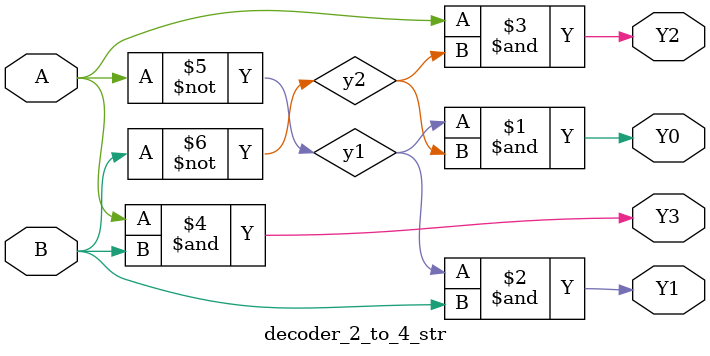
<source format=v>

module decoder_2_to_4_str(A, B, Y0, Y1, Y2, Y3);
input A, B; output Y0, Y1, Y2, Y3;
wire y1, y2;
not (y1, A); not(y2, B);
and(Y0, y1, y2);
and(Y1, y1, B);
and(Y2, A, y2);
and(Y3, A, B);
endmodule
</source>
